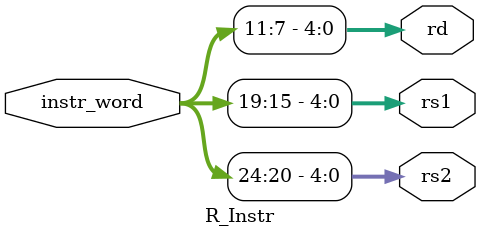
<source format=v>
`timescale 1ns / 1ps


module R_Instr(
    input [31:0] instr_word,
    output reg[4:0] rs2,
    output reg[4:0] rs1,
    output reg[4:0] rd
    );
    always @(instr_word)
    begin
        rs2=instr_word[24:20];
        rs1=instr_word[19:15];
        rd=instr_word[11:7];
        end
endmodule

</source>
